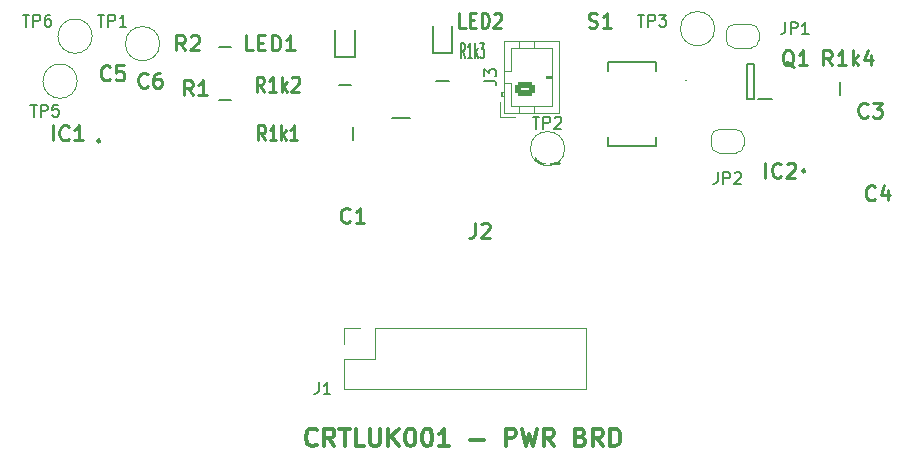
<source format=gbr>
%TF.GenerationSoftware,KiCad,Pcbnew,8.0.1*%
%TF.CreationDate,2024-03-24T23:42:45+02:00*%
%TF.ProjectId,ProjectFiles,50726f6a-6563-4744-9669-6c65732e6b69,rev?*%
%TF.SameCoordinates,Original*%
%TF.FileFunction,Legend,Top*%
%TF.FilePolarity,Positive*%
%FSLAX46Y46*%
G04 Gerber Fmt 4.6, Leading zero omitted, Abs format (unit mm)*
G04 Created by KiCad (PCBNEW 8.0.1) date 2024-03-24 23:42:45*
%MOMM*%
%LPD*%
G01*
G04 APERTURE LIST*
G04 Aperture macros list*
%AMRoundRect*
0 Rectangle with rounded corners*
0 $1 Rounding radius*
0 $2 $3 $4 $5 $6 $7 $8 $9 X,Y pos of 4 corners*
0 Add a 4 corners polygon primitive as box body*
4,1,4,$2,$3,$4,$5,$6,$7,$8,$9,$2,$3,0*
0 Add four circle primitives for the rounded corners*
1,1,$1+$1,$2,$3*
1,1,$1+$1,$4,$5*
1,1,$1+$1,$6,$7*
1,1,$1+$1,$8,$9*
0 Add four rect primitives between the rounded corners*
20,1,$1+$1,$2,$3,$4,$5,0*
20,1,$1+$1,$4,$5,$6,$7,0*
20,1,$1+$1,$6,$7,$8,$9,0*
20,1,$1+$1,$8,$9,$2,$3,0*%
%AMFreePoly0*
4,1,19,0.500000,-0.750000,0.000000,-0.750000,0.000000,-0.744911,-0.071157,-0.744911,-0.207708,-0.704816,-0.327430,-0.627875,-0.420627,-0.520320,-0.479746,-0.390866,-0.500000,-0.250000,-0.500000,0.250000,-0.479746,0.390866,-0.420627,0.520320,-0.327430,0.627875,-0.207708,0.704816,-0.071157,0.744911,0.000000,0.744911,0.000000,0.750000,0.500000,0.750000,0.500000,-0.750000,0.500000,-0.750000,
$1*%
%AMFreePoly1*
4,1,19,0.000000,0.744911,0.071157,0.744911,0.207708,0.704816,0.327430,0.627875,0.420627,0.520320,0.479746,0.390866,0.500000,0.250000,0.500000,-0.250000,0.479746,-0.390866,0.420627,-0.520320,0.327430,-0.627875,0.207708,-0.704816,0.071157,-0.744911,0.000000,-0.744911,0.000000,-0.750000,-0.500000,-0.750000,-0.500000,0.750000,0.000000,0.750000,0.000000,0.744911,0.000000,0.744911,
$1*%
G04 Aperture macros list end*
%ADD10C,0.300000*%
%ADD11C,0.254000*%
%ADD12C,0.150000*%
%ADD13C,0.250000*%
%ADD14C,0.200000*%
%ADD15C,0.120000*%
%ADD16C,0.100000*%
%ADD17C,1.200000*%
%ADD18R,0.970000X1.470000*%
%ADD19R,0.600000X0.620000*%
%ADD20R,1.525000X0.700000*%
%ADD21R,2.513000X3.402000*%
%ADD22R,0.700000X0.300000*%
%ADD23R,1.000000X1.700000*%
%ADD24R,0.950000X0.900000*%
%ADD25R,1.200000X0.600000*%
%ADD26FreePoly0,0.000000*%
%ADD27FreePoly1,0.000000*%
%ADD28R,1.450000X1.000000*%
%ADD29C,2.500000*%
%ADD30R,1.000000X1.450000*%
%ADD31R,0.620000X0.600000*%
%ADD32R,2.000000X0.900000*%
%ADD33R,1.700000X1.700000*%
%ADD34O,1.700000X1.700000*%
%ADD35FreePoly0,180.000000*%
%ADD36FreePoly1,180.000000*%
%ADD37RoundRect,0.250000X0.625000X-0.350000X0.625000X0.350000X-0.625000X0.350000X-0.625000X-0.350000X0*%
%ADD38O,1.750000X1.200000*%
G04 APERTURE END LIST*
D10*
X137301653Y-127927971D02*
X137230225Y-127999400D01*
X137230225Y-127999400D02*
X137015939Y-128070828D01*
X137015939Y-128070828D02*
X136873082Y-128070828D01*
X136873082Y-128070828D02*
X136658796Y-127999400D01*
X136658796Y-127999400D02*
X136515939Y-127856542D01*
X136515939Y-127856542D02*
X136444510Y-127713685D01*
X136444510Y-127713685D02*
X136373082Y-127427971D01*
X136373082Y-127427971D02*
X136373082Y-127213685D01*
X136373082Y-127213685D02*
X136444510Y-126927971D01*
X136444510Y-126927971D02*
X136515939Y-126785114D01*
X136515939Y-126785114D02*
X136658796Y-126642257D01*
X136658796Y-126642257D02*
X136873082Y-126570828D01*
X136873082Y-126570828D02*
X137015939Y-126570828D01*
X137015939Y-126570828D02*
X137230225Y-126642257D01*
X137230225Y-126642257D02*
X137301653Y-126713685D01*
X138801653Y-128070828D02*
X138301653Y-127356542D01*
X137944510Y-128070828D02*
X137944510Y-126570828D01*
X137944510Y-126570828D02*
X138515939Y-126570828D01*
X138515939Y-126570828D02*
X138658796Y-126642257D01*
X138658796Y-126642257D02*
X138730225Y-126713685D01*
X138730225Y-126713685D02*
X138801653Y-126856542D01*
X138801653Y-126856542D02*
X138801653Y-127070828D01*
X138801653Y-127070828D02*
X138730225Y-127213685D01*
X138730225Y-127213685D02*
X138658796Y-127285114D01*
X138658796Y-127285114D02*
X138515939Y-127356542D01*
X138515939Y-127356542D02*
X137944510Y-127356542D01*
X139230225Y-126570828D02*
X140087368Y-126570828D01*
X139658796Y-128070828D02*
X139658796Y-126570828D01*
X141301653Y-128070828D02*
X140587367Y-128070828D01*
X140587367Y-128070828D02*
X140587367Y-126570828D01*
X141801653Y-126570828D02*
X141801653Y-127785114D01*
X141801653Y-127785114D02*
X141873082Y-127927971D01*
X141873082Y-127927971D02*
X141944511Y-127999400D01*
X141944511Y-127999400D02*
X142087368Y-128070828D01*
X142087368Y-128070828D02*
X142373082Y-128070828D01*
X142373082Y-128070828D02*
X142515939Y-127999400D01*
X142515939Y-127999400D02*
X142587368Y-127927971D01*
X142587368Y-127927971D02*
X142658796Y-127785114D01*
X142658796Y-127785114D02*
X142658796Y-126570828D01*
X143373082Y-128070828D02*
X143373082Y-126570828D01*
X144230225Y-128070828D02*
X143587368Y-127213685D01*
X144230225Y-126570828D02*
X143373082Y-127427971D01*
X145158797Y-126570828D02*
X145301654Y-126570828D01*
X145301654Y-126570828D02*
X145444511Y-126642257D01*
X145444511Y-126642257D02*
X145515940Y-126713685D01*
X145515940Y-126713685D02*
X145587368Y-126856542D01*
X145587368Y-126856542D02*
X145658797Y-127142257D01*
X145658797Y-127142257D02*
X145658797Y-127499400D01*
X145658797Y-127499400D02*
X145587368Y-127785114D01*
X145587368Y-127785114D02*
X145515940Y-127927971D01*
X145515940Y-127927971D02*
X145444511Y-127999400D01*
X145444511Y-127999400D02*
X145301654Y-128070828D01*
X145301654Y-128070828D02*
X145158797Y-128070828D01*
X145158797Y-128070828D02*
X145015940Y-127999400D01*
X145015940Y-127999400D02*
X144944511Y-127927971D01*
X144944511Y-127927971D02*
X144873082Y-127785114D01*
X144873082Y-127785114D02*
X144801654Y-127499400D01*
X144801654Y-127499400D02*
X144801654Y-127142257D01*
X144801654Y-127142257D02*
X144873082Y-126856542D01*
X144873082Y-126856542D02*
X144944511Y-126713685D01*
X144944511Y-126713685D02*
X145015940Y-126642257D01*
X145015940Y-126642257D02*
X145158797Y-126570828D01*
X146587368Y-126570828D02*
X146730225Y-126570828D01*
X146730225Y-126570828D02*
X146873082Y-126642257D01*
X146873082Y-126642257D02*
X146944511Y-126713685D01*
X146944511Y-126713685D02*
X147015939Y-126856542D01*
X147015939Y-126856542D02*
X147087368Y-127142257D01*
X147087368Y-127142257D02*
X147087368Y-127499400D01*
X147087368Y-127499400D02*
X147015939Y-127785114D01*
X147015939Y-127785114D02*
X146944511Y-127927971D01*
X146944511Y-127927971D02*
X146873082Y-127999400D01*
X146873082Y-127999400D02*
X146730225Y-128070828D01*
X146730225Y-128070828D02*
X146587368Y-128070828D01*
X146587368Y-128070828D02*
X146444511Y-127999400D01*
X146444511Y-127999400D02*
X146373082Y-127927971D01*
X146373082Y-127927971D02*
X146301653Y-127785114D01*
X146301653Y-127785114D02*
X146230225Y-127499400D01*
X146230225Y-127499400D02*
X146230225Y-127142257D01*
X146230225Y-127142257D02*
X146301653Y-126856542D01*
X146301653Y-126856542D02*
X146373082Y-126713685D01*
X146373082Y-126713685D02*
X146444511Y-126642257D01*
X146444511Y-126642257D02*
X146587368Y-126570828D01*
X148515939Y-128070828D02*
X147658796Y-128070828D01*
X148087367Y-128070828D02*
X148087367Y-126570828D01*
X148087367Y-126570828D02*
X147944510Y-126785114D01*
X147944510Y-126785114D02*
X147801653Y-126927971D01*
X147801653Y-126927971D02*
X147658796Y-126999400D01*
X150301652Y-127499400D02*
X151444510Y-127499400D01*
X153301652Y-128070828D02*
X153301652Y-126570828D01*
X153301652Y-126570828D02*
X153873081Y-126570828D01*
X153873081Y-126570828D02*
X154015938Y-126642257D01*
X154015938Y-126642257D02*
X154087367Y-126713685D01*
X154087367Y-126713685D02*
X154158795Y-126856542D01*
X154158795Y-126856542D02*
X154158795Y-127070828D01*
X154158795Y-127070828D02*
X154087367Y-127213685D01*
X154087367Y-127213685D02*
X154015938Y-127285114D01*
X154015938Y-127285114D02*
X153873081Y-127356542D01*
X153873081Y-127356542D02*
X153301652Y-127356542D01*
X154658795Y-126570828D02*
X155015938Y-128070828D01*
X155015938Y-128070828D02*
X155301652Y-126999400D01*
X155301652Y-126999400D02*
X155587367Y-128070828D01*
X155587367Y-128070828D02*
X155944510Y-126570828D01*
X157373081Y-128070828D02*
X156873081Y-127356542D01*
X156515938Y-128070828D02*
X156515938Y-126570828D01*
X156515938Y-126570828D02*
X157087367Y-126570828D01*
X157087367Y-126570828D02*
X157230224Y-126642257D01*
X157230224Y-126642257D02*
X157301653Y-126713685D01*
X157301653Y-126713685D02*
X157373081Y-126856542D01*
X157373081Y-126856542D02*
X157373081Y-127070828D01*
X157373081Y-127070828D02*
X157301653Y-127213685D01*
X157301653Y-127213685D02*
X157230224Y-127285114D01*
X157230224Y-127285114D02*
X157087367Y-127356542D01*
X157087367Y-127356542D02*
X156515938Y-127356542D01*
X159658795Y-127285114D02*
X159873081Y-127356542D01*
X159873081Y-127356542D02*
X159944510Y-127427971D01*
X159944510Y-127427971D02*
X160015938Y-127570828D01*
X160015938Y-127570828D02*
X160015938Y-127785114D01*
X160015938Y-127785114D02*
X159944510Y-127927971D01*
X159944510Y-127927971D02*
X159873081Y-127999400D01*
X159873081Y-127999400D02*
X159730224Y-128070828D01*
X159730224Y-128070828D02*
X159158795Y-128070828D01*
X159158795Y-128070828D02*
X159158795Y-126570828D01*
X159158795Y-126570828D02*
X159658795Y-126570828D01*
X159658795Y-126570828D02*
X159801653Y-126642257D01*
X159801653Y-126642257D02*
X159873081Y-126713685D01*
X159873081Y-126713685D02*
X159944510Y-126856542D01*
X159944510Y-126856542D02*
X159944510Y-126999400D01*
X159944510Y-126999400D02*
X159873081Y-127142257D01*
X159873081Y-127142257D02*
X159801653Y-127213685D01*
X159801653Y-127213685D02*
X159658795Y-127285114D01*
X159658795Y-127285114D02*
X159158795Y-127285114D01*
X161515938Y-128070828D02*
X161015938Y-127356542D01*
X160658795Y-128070828D02*
X160658795Y-126570828D01*
X160658795Y-126570828D02*
X161230224Y-126570828D01*
X161230224Y-126570828D02*
X161373081Y-126642257D01*
X161373081Y-126642257D02*
X161444510Y-126713685D01*
X161444510Y-126713685D02*
X161515938Y-126856542D01*
X161515938Y-126856542D02*
X161515938Y-127070828D01*
X161515938Y-127070828D02*
X161444510Y-127213685D01*
X161444510Y-127213685D02*
X161373081Y-127285114D01*
X161373081Y-127285114D02*
X161230224Y-127356542D01*
X161230224Y-127356542D02*
X160658795Y-127356542D01*
X162158795Y-128070828D02*
X162158795Y-126570828D01*
X162158795Y-126570828D02*
X162515938Y-126570828D01*
X162515938Y-126570828D02*
X162730224Y-126642257D01*
X162730224Y-126642257D02*
X162873081Y-126785114D01*
X162873081Y-126785114D02*
X162944510Y-126927971D01*
X162944510Y-126927971D02*
X163015938Y-127213685D01*
X163015938Y-127213685D02*
X163015938Y-127427971D01*
X163015938Y-127427971D02*
X162944510Y-127713685D01*
X162944510Y-127713685D02*
X162873081Y-127856542D01*
X162873081Y-127856542D02*
X162730224Y-127999400D01*
X162730224Y-127999400D02*
X162515938Y-128070828D01*
X162515938Y-128070828D02*
X162158795Y-128070828D01*
D11*
X156633333Y-103958365D02*
X156572857Y-104018842D01*
X156572857Y-104018842D02*
X156391428Y-104079318D01*
X156391428Y-104079318D02*
X156270476Y-104079318D01*
X156270476Y-104079318D02*
X156089047Y-104018842D01*
X156089047Y-104018842D02*
X155968095Y-103897889D01*
X155968095Y-103897889D02*
X155907618Y-103776937D01*
X155907618Y-103776937D02*
X155847142Y-103535032D01*
X155847142Y-103535032D02*
X155847142Y-103353603D01*
X155847142Y-103353603D02*
X155907618Y-103111699D01*
X155907618Y-103111699D02*
X155968095Y-102990746D01*
X155968095Y-102990746D02*
X156089047Y-102869794D01*
X156089047Y-102869794D02*
X156270476Y-102809318D01*
X156270476Y-102809318D02*
X156391428Y-102809318D01*
X156391428Y-102809318D02*
X156572857Y-102869794D01*
X156572857Y-102869794D02*
X156633333Y-102930270D01*
X157117142Y-102930270D02*
X157177618Y-102869794D01*
X157177618Y-102869794D02*
X157298571Y-102809318D01*
X157298571Y-102809318D02*
X157600952Y-102809318D01*
X157600952Y-102809318D02*
X157721904Y-102869794D01*
X157721904Y-102869794D02*
X157782380Y-102930270D01*
X157782380Y-102930270D02*
X157842857Y-103051222D01*
X157842857Y-103051222D02*
X157842857Y-103172175D01*
X157842857Y-103172175D02*
X157782380Y-103353603D01*
X157782380Y-103353603D02*
X157056666Y-104079318D01*
X157056666Y-104079318D02*
X157842857Y-104079318D01*
X183938333Y-100148365D02*
X183877857Y-100208842D01*
X183877857Y-100208842D02*
X183696428Y-100269318D01*
X183696428Y-100269318D02*
X183575476Y-100269318D01*
X183575476Y-100269318D02*
X183394047Y-100208842D01*
X183394047Y-100208842D02*
X183273095Y-100087889D01*
X183273095Y-100087889D02*
X183212618Y-99966937D01*
X183212618Y-99966937D02*
X183152142Y-99725032D01*
X183152142Y-99725032D02*
X183152142Y-99543603D01*
X183152142Y-99543603D02*
X183212618Y-99301699D01*
X183212618Y-99301699D02*
X183273095Y-99180746D01*
X183273095Y-99180746D02*
X183394047Y-99059794D01*
X183394047Y-99059794D02*
X183575476Y-98999318D01*
X183575476Y-98999318D02*
X183696428Y-98999318D01*
X183696428Y-98999318D02*
X183877857Y-99059794D01*
X183877857Y-99059794D02*
X183938333Y-99120270D01*
X184361666Y-98999318D02*
X185147857Y-98999318D01*
X185147857Y-98999318D02*
X184724523Y-99483127D01*
X184724523Y-99483127D02*
X184905952Y-99483127D01*
X184905952Y-99483127D02*
X185026904Y-99543603D01*
X185026904Y-99543603D02*
X185087380Y-99604080D01*
X185087380Y-99604080D02*
X185147857Y-99725032D01*
X185147857Y-99725032D02*
X185147857Y-100027413D01*
X185147857Y-100027413D02*
X185087380Y-100148365D01*
X185087380Y-100148365D02*
X185026904Y-100208842D01*
X185026904Y-100208842D02*
X184905952Y-100269318D01*
X184905952Y-100269318D02*
X184543095Y-100269318D01*
X184543095Y-100269318D02*
X184422142Y-100208842D01*
X184422142Y-100208842D02*
X184361666Y-100148365D01*
X150706667Y-109159318D02*
X150706667Y-110066461D01*
X150706667Y-110066461D02*
X150646190Y-110247889D01*
X150646190Y-110247889D02*
X150525238Y-110368842D01*
X150525238Y-110368842D02*
X150343809Y-110429318D01*
X150343809Y-110429318D02*
X150222857Y-110429318D01*
X151250952Y-109280270D02*
X151311428Y-109219794D01*
X151311428Y-109219794D02*
X151432381Y-109159318D01*
X151432381Y-109159318D02*
X151734762Y-109159318D01*
X151734762Y-109159318D02*
X151855714Y-109219794D01*
X151855714Y-109219794D02*
X151916190Y-109280270D01*
X151916190Y-109280270D02*
X151976667Y-109401222D01*
X151976667Y-109401222D02*
X151976667Y-109522175D01*
X151976667Y-109522175D02*
X151916190Y-109703603D01*
X151916190Y-109703603D02*
X151190476Y-110429318D01*
X151190476Y-110429318D02*
X151976667Y-110429318D01*
X114965237Y-102174318D02*
X114965237Y-100904318D01*
X116295714Y-102053365D02*
X116235238Y-102113842D01*
X116235238Y-102113842D02*
X116053809Y-102174318D01*
X116053809Y-102174318D02*
X115932857Y-102174318D01*
X115932857Y-102174318D02*
X115751428Y-102113842D01*
X115751428Y-102113842D02*
X115630476Y-101992889D01*
X115630476Y-101992889D02*
X115569999Y-101871937D01*
X115569999Y-101871937D02*
X115509523Y-101630032D01*
X115509523Y-101630032D02*
X115509523Y-101448603D01*
X115509523Y-101448603D02*
X115569999Y-101206699D01*
X115569999Y-101206699D02*
X115630476Y-101085746D01*
X115630476Y-101085746D02*
X115751428Y-100964794D01*
X115751428Y-100964794D02*
X115932857Y-100904318D01*
X115932857Y-100904318D02*
X116053809Y-100904318D01*
X116053809Y-100904318D02*
X116235238Y-100964794D01*
X116235238Y-100964794D02*
X116295714Y-101025270D01*
X117505238Y-102174318D02*
X116779523Y-102174318D01*
X117142380Y-102174318D02*
X117142380Y-100904318D01*
X117142380Y-100904318D02*
X117021428Y-101085746D01*
X117021428Y-101085746D02*
X116900476Y-101206699D01*
X116900476Y-101206699D02*
X116779523Y-101267175D01*
X131928809Y-94554318D02*
X131324047Y-94554318D01*
X131324047Y-94554318D02*
X131324047Y-93284318D01*
X132352142Y-93889080D02*
X132775476Y-93889080D01*
X132956904Y-94554318D02*
X132352142Y-94554318D01*
X132352142Y-94554318D02*
X132352142Y-93284318D01*
X132352142Y-93284318D02*
X132956904Y-93284318D01*
X133501190Y-94554318D02*
X133501190Y-93284318D01*
X133501190Y-93284318D02*
X133803571Y-93284318D01*
X133803571Y-93284318D02*
X133985000Y-93344794D01*
X133985000Y-93344794D02*
X134105952Y-93465746D01*
X134105952Y-93465746D02*
X134166429Y-93586699D01*
X134166429Y-93586699D02*
X134226905Y-93828603D01*
X134226905Y-93828603D02*
X134226905Y-94010032D01*
X134226905Y-94010032D02*
X134166429Y-94251937D01*
X134166429Y-94251937D02*
X134105952Y-94372889D01*
X134105952Y-94372889D02*
X133985000Y-94493842D01*
X133985000Y-94493842D02*
X133803571Y-94554318D01*
X133803571Y-94554318D02*
X133501190Y-94554318D01*
X135436429Y-94554318D02*
X134710714Y-94554318D01*
X135073571Y-94554318D02*
X135073571Y-93284318D01*
X135073571Y-93284318D02*
X134952619Y-93465746D01*
X134952619Y-93465746D02*
X134831667Y-93586699D01*
X134831667Y-93586699D02*
X134710714Y-93647175D01*
X175290237Y-105349318D02*
X175290237Y-104079318D01*
X176620714Y-105228365D02*
X176560238Y-105288842D01*
X176560238Y-105288842D02*
X176378809Y-105349318D01*
X176378809Y-105349318D02*
X176257857Y-105349318D01*
X176257857Y-105349318D02*
X176076428Y-105288842D01*
X176076428Y-105288842D02*
X175955476Y-105167889D01*
X175955476Y-105167889D02*
X175894999Y-105046937D01*
X175894999Y-105046937D02*
X175834523Y-104805032D01*
X175834523Y-104805032D02*
X175834523Y-104623603D01*
X175834523Y-104623603D02*
X175894999Y-104381699D01*
X175894999Y-104381699D02*
X175955476Y-104260746D01*
X175955476Y-104260746D02*
X176076428Y-104139794D01*
X176076428Y-104139794D02*
X176257857Y-104079318D01*
X176257857Y-104079318D02*
X176378809Y-104079318D01*
X176378809Y-104079318D02*
X176560238Y-104139794D01*
X176560238Y-104139794D02*
X176620714Y-104200270D01*
X177104523Y-104200270D02*
X177164999Y-104139794D01*
X177164999Y-104139794D02*
X177285952Y-104079318D01*
X177285952Y-104079318D02*
X177588333Y-104079318D01*
X177588333Y-104079318D02*
X177709285Y-104139794D01*
X177709285Y-104139794D02*
X177769761Y-104200270D01*
X177769761Y-104200270D02*
X177830238Y-104321222D01*
X177830238Y-104321222D02*
X177830238Y-104442175D01*
X177830238Y-104442175D02*
X177769761Y-104623603D01*
X177769761Y-104623603D02*
X177044047Y-105349318D01*
X177044047Y-105349318D02*
X177830238Y-105349318D01*
X149899048Y-92649318D02*
X149375238Y-92649318D01*
X149375238Y-92649318D02*
X149375238Y-91379318D01*
X150265714Y-91984080D02*
X150632381Y-91984080D01*
X150789524Y-92649318D02*
X150265714Y-92649318D01*
X150265714Y-92649318D02*
X150265714Y-91379318D01*
X150265714Y-91379318D02*
X150789524Y-91379318D01*
X151260952Y-92649318D02*
X151260952Y-91379318D01*
X151260952Y-91379318D02*
X151522857Y-91379318D01*
X151522857Y-91379318D02*
X151680000Y-91439794D01*
X151680000Y-91439794D02*
X151784762Y-91560746D01*
X151784762Y-91560746D02*
X151837143Y-91681699D01*
X151837143Y-91681699D02*
X151889524Y-91923603D01*
X151889524Y-91923603D02*
X151889524Y-92105032D01*
X151889524Y-92105032D02*
X151837143Y-92346937D01*
X151837143Y-92346937D02*
X151784762Y-92467889D01*
X151784762Y-92467889D02*
X151680000Y-92588842D01*
X151680000Y-92588842D02*
X151522857Y-92649318D01*
X151522857Y-92649318D02*
X151260952Y-92649318D01*
X152308571Y-91500270D02*
X152360952Y-91439794D01*
X152360952Y-91439794D02*
X152465714Y-91379318D01*
X152465714Y-91379318D02*
X152727619Y-91379318D01*
X152727619Y-91379318D02*
X152832381Y-91439794D01*
X152832381Y-91439794D02*
X152884762Y-91500270D01*
X152884762Y-91500270D02*
X152937143Y-91621222D01*
X152937143Y-91621222D02*
X152937143Y-91742175D01*
X152937143Y-91742175D02*
X152884762Y-91923603D01*
X152884762Y-91923603D02*
X152256190Y-92649318D01*
X152256190Y-92649318D02*
X152937143Y-92649318D01*
X177679047Y-95945270D02*
X177558095Y-95884794D01*
X177558095Y-95884794D02*
X177437142Y-95763842D01*
X177437142Y-95763842D02*
X177255714Y-95582413D01*
X177255714Y-95582413D02*
X177134761Y-95521937D01*
X177134761Y-95521937D02*
X177013809Y-95521937D01*
X177074285Y-95824318D02*
X176953333Y-95763842D01*
X176953333Y-95763842D02*
X176832380Y-95642889D01*
X176832380Y-95642889D02*
X176771904Y-95400984D01*
X176771904Y-95400984D02*
X176771904Y-94977651D01*
X176771904Y-94977651D02*
X176832380Y-94735746D01*
X176832380Y-94735746D02*
X176953333Y-94614794D01*
X176953333Y-94614794D02*
X177074285Y-94554318D01*
X177074285Y-94554318D02*
X177316190Y-94554318D01*
X177316190Y-94554318D02*
X177437142Y-94614794D01*
X177437142Y-94614794D02*
X177558095Y-94735746D01*
X177558095Y-94735746D02*
X177618571Y-94977651D01*
X177618571Y-94977651D02*
X177618571Y-95400984D01*
X177618571Y-95400984D02*
X177558095Y-95642889D01*
X177558095Y-95642889D02*
X177437142Y-95763842D01*
X177437142Y-95763842D02*
X177316190Y-95824318D01*
X177316190Y-95824318D02*
X177074285Y-95824318D01*
X178828095Y-95824318D02*
X178102380Y-95824318D01*
X178465237Y-95824318D02*
X178465237Y-94554318D01*
X178465237Y-94554318D02*
X178344285Y-94735746D01*
X178344285Y-94735746D02*
X178223333Y-94856699D01*
X178223333Y-94856699D02*
X178102380Y-94917175D01*
D12*
X176966666Y-92164819D02*
X176966666Y-92879104D01*
X176966666Y-92879104D02*
X176919047Y-93021961D01*
X176919047Y-93021961D02*
X176823809Y-93117200D01*
X176823809Y-93117200D02*
X176680952Y-93164819D01*
X176680952Y-93164819D02*
X176585714Y-93164819D01*
X177442857Y-93164819D02*
X177442857Y-92164819D01*
X177442857Y-92164819D02*
X177823809Y-92164819D01*
X177823809Y-92164819D02*
X177919047Y-92212438D01*
X177919047Y-92212438D02*
X177966666Y-92260057D01*
X177966666Y-92260057D02*
X178014285Y-92355295D01*
X178014285Y-92355295D02*
X178014285Y-92498152D01*
X178014285Y-92498152D02*
X177966666Y-92593390D01*
X177966666Y-92593390D02*
X177919047Y-92641009D01*
X177919047Y-92641009D02*
X177823809Y-92688628D01*
X177823809Y-92688628D02*
X177442857Y-92688628D01*
X178966666Y-93164819D02*
X178395238Y-93164819D01*
X178680952Y-93164819D02*
X178680952Y-92164819D01*
X178680952Y-92164819D02*
X178585714Y-92307676D01*
X178585714Y-92307676D02*
X178490476Y-92402914D01*
X178490476Y-92402914D02*
X178395238Y-92450533D01*
X149866428Y-95194726D02*
X149666428Y-94589964D01*
X149523571Y-95194726D02*
X149523571Y-93924726D01*
X149523571Y-93924726D02*
X149752142Y-93924726D01*
X149752142Y-93924726D02*
X149809285Y-93985202D01*
X149809285Y-93985202D02*
X149837856Y-94045678D01*
X149837856Y-94045678D02*
X149866428Y-94166630D01*
X149866428Y-94166630D02*
X149866428Y-94348059D01*
X149866428Y-94348059D02*
X149837856Y-94469011D01*
X149837856Y-94469011D02*
X149809285Y-94529488D01*
X149809285Y-94529488D02*
X149752142Y-94589964D01*
X149752142Y-94589964D02*
X149523571Y-94589964D01*
X150437856Y-95194726D02*
X150094999Y-95194726D01*
X150266428Y-95194726D02*
X150266428Y-93924726D01*
X150266428Y-93924726D02*
X150209285Y-94106154D01*
X150209285Y-94106154D02*
X150152142Y-94227107D01*
X150152142Y-94227107D02*
X150094999Y-94287583D01*
X150695000Y-95194726D02*
X150695000Y-93924726D01*
X150752143Y-94710916D02*
X150923571Y-95194726D01*
X150923571Y-94348059D02*
X150695000Y-94831869D01*
X151123571Y-93924726D02*
X151494999Y-93924726D01*
X151494999Y-93924726D02*
X151294999Y-94408535D01*
X151294999Y-94408535D02*
X151380714Y-94408535D01*
X151380714Y-94408535D02*
X151437857Y-94469011D01*
X151437857Y-94469011D02*
X151466428Y-94529488D01*
X151466428Y-94529488D02*
X151494999Y-94650440D01*
X151494999Y-94650440D02*
X151494999Y-94952821D01*
X151494999Y-94952821D02*
X151466428Y-95073773D01*
X151466428Y-95073773D02*
X151437857Y-95134250D01*
X151437857Y-95134250D02*
X151380714Y-95194726D01*
X151380714Y-95194726D02*
X151209285Y-95194726D01*
X151209285Y-95194726D02*
X151152142Y-95134250D01*
X151152142Y-95134250D02*
X151123571Y-95073773D01*
X113038095Y-99149819D02*
X113609523Y-99149819D01*
X113323809Y-100149819D02*
X113323809Y-99149819D01*
X113942857Y-100149819D02*
X113942857Y-99149819D01*
X113942857Y-99149819D02*
X114323809Y-99149819D01*
X114323809Y-99149819D02*
X114419047Y-99197438D01*
X114419047Y-99197438D02*
X114466666Y-99245057D01*
X114466666Y-99245057D02*
X114514285Y-99340295D01*
X114514285Y-99340295D02*
X114514285Y-99483152D01*
X114514285Y-99483152D02*
X114466666Y-99578390D01*
X114466666Y-99578390D02*
X114419047Y-99626009D01*
X114419047Y-99626009D02*
X114323809Y-99673628D01*
X114323809Y-99673628D02*
X113942857Y-99673628D01*
X115419047Y-99149819D02*
X114942857Y-99149819D01*
X114942857Y-99149819D02*
X114895238Y-99626009D01*
X114895238Y-99626009D02*
X114942857Y-99578390D01*
X114942857Y-99578390D02*
X115038095Y-99530771D01*
X115038095Y-99530771D02*
X115276190Y-99530771D01*
X115276190Y-99530771D02*
X115371428Y-99578390D01*
X115371428Y-99578390D02*
X115419047Y-99626009D01*
X115419047Y-99626009D02*
X115466666Y-99721247D01*
X115466666Y-99721247D02*
X115466666Y-99959342D01*
X115466666Y-99959342D02*
X115419047Y-100054580D01*
X115419047Y-100054580D02*
X115371428Y-100102200D01*
X115371428Y-100102200D02*
X115276190Y-100149819D01*
X115276190Y-100149819D02*
X115038095Y-100149819D01*
X115038095Y-100149819D02*
X114942857Y-100102200D01*
X114942857Y-100102200D02*
X114895238Y-100054580D01*
X155583095Y-100176819D02*
X156154523Y-100176819D01*
X155868809Y-101176819D02*
X155868809Y-100176819D01*
X156487857Y-101176819D02*
X156487857Y-100176819D01*
X156487857Y-100176819D02*
X156868809Y-100176819D01*
X156868809Y-100176819D02*
X156964047Y-100224438D01*
X156964047Y-100224438D02*
X157011666Y-100272057D01*
X157011666Y-100272057D02*
X157059285Y-100367295D01*
X157059285Y-100367295D02*
X157059285Y-100510152D01*
X157059285Y-100510152D02*
X157011666Y-100605390D01*
X157011666Y-100605390D02*
X156964047Y-100653009D01*
X156964047Y-100653009D02*
X156868809Y-100700628D01*
X156868809Y-100700628D02*
X156487857Y-100700628D01*
X157440238Y-100272057D02*
X157487857Y-100224438D01*
X157487857Y-100224438D02*
X157583095Y-100176819D01*
X157583095Y-100176819D02*
X157821190Y-100176819D01*
X157821190Y-100176819D02*
X157916428Y-100224438D01*
X157916428Y-100224438D02*
X157964047Y-100272057D01*
X157964047Y-100272057D02*
X158011666Y-100367295D01*
X158011666Y-100367295D02*
X158011666Y-100462533D01*
X158011666Y-100462533D02*
X157964047Y-100605390D01*
X157964047Y-100605390D02*
X157392619Y-101176819D01*
X157392619Y-101176819D02*
X158011666Y-101176819D01*
D11*
X180914524Y-95824318D02*
X180491190Y-95219556D01*
X180188809Y-95824318D02*
X180188809Y-94554318D01*
X180188809Y-94554318D02*
X180672619Y-94554318D01*
X180672619Y-94554318D02*
X180793571Y-94614794D01*
X180793571Y-94614794D02*
X180854048Y-94675270D01*
X180854048Y-94675270D02*
X180914524Y-94796222D01*
X180914524Y-94796222D02*
X180914524Y-94977651D01*
X180914524Y-94977651D02*
X180854048Y-95098603D01*
X180854048Y-95098603D02*
X180793571Y-95159080D01*
X180793571Y-95159080D02*
X180672619Y-95219556D01*
X180672619Y-95219556D02*
X180188809Y-95219556D01*
X182124048Y-95824318D02*
X181398333Y-95824318D01*
X181761190Y-95824318D02*
X181761190Y-94554318D01*
X181761190Y-94554318D02*
X181640238Y-94735746D01*
X181640238Y-94735746D02*
X181519286Y-94856699D01*
X181519286Y-94856699D02*
X181398333Y-94917175D01*
X182668333Y-95824318D02*
X182668333Y-94554318D01*
X182789286Y-95340508D02*
X183152143Y-95824318D01*
X183152143Y-94977651D02*
X182668333Y-95461461D01*
X184240714Y-94977651D02*
X184240714Y-95824318D01*
X183938333Y-94493842D02*
X183635952Y-95400984D01*
X183635952Y-95400984D02*
X184422143Y-95400984D01*
X119803333Y-96973365D02*
X119742857Y-97033842D01*
X119742857Y-97033842D02*
X119561428Y-97094318D01*
X119561428Y-97094318D02*
X119440476Y-97094318D01*
X119440476Y-97094318D02*
X119259047Y-97033842D01*
X119259047Y-97033842D02*
X119138095Y-96912889D01*
X119138095Y-96912889D02*
X119077618Y-96791937D01*
X119077618Y-96791937D02*
X119017142Y-96550032D01*
X119017142Y-96550032D02*
X119017142Y-96368603D01*
X119017142Y-96368603D02*
X119077618Y-96126699D01*
X119077618Y-96126699D02*
X119138095Y-96005746D01*
X119138095Y-96005746D02*
X119259047Y-95884794D01*
X119259047Y-95884794D02*
X119440476Y-95824318D01*
X119440476Y-95824318D02*
X119561428Y-95824318D01*
X119561428Y-95824318D02*
X119742857Y-95884794D01*
X119742857Y-95884794D02*
X119803333Y-95945270D01*
X120952380Y-95824318D02*
X120347618Y-95824318D01*
X120347618Y-95824318D02*
X120287142Y-96429080D01*
X120287142Y-96429080D02*
X120347618Y-96368603D01*
X120347618Y-96368603D02*
X120468571Y-96308127D01*
X120468571Y-96308127D02*
X120770952Y-96308127D01*
X120770952Y-96308127D02*
X120891904Y-96368603D01*
X120891904Y-96368603D02*
X120952380Y-96429080D01*
X120952380Y-96429080D02*
X121012857Y-96550032D01*
X121012857Y-96550032D02*
X121012857Y-96852413D01*
X121012857Y-96852413D02*
X120952380Y-96973365D01*
X120952380Y-96973365D02*
X120891904Y-97033842D01*
X120891904Y-97033842D02*
X120770952Y-97094318D01*
X120770952Y-97094318D02*
X120468571Y-97094318D01*
X120468571Y-97094318D02*
X120347618Y-97033842D01*
X120347618Y-97033842D02*
X120287142Y-96973365D01*
D12*
X118753095Y-91531819D02*
X119324523Y-91531819D01*
X119038809Y-92531819D02*
X119038809Y-91531819D01*
X119657857Y-92531819D02*
X119657857Y-91531819D01*
X119657857Y-91531819D02*
X120038809Y-91531819D01*
X120038809Y-91531819D02*
X120134047Y-91579438D01*
X120134047Y-91579438D02*
X120181666Y-91627057D01*
X120181666Y-91627057D02*
X120229285Y-91722295D01*
X120229285Y-91722295D02*
X120229285Y-91865152D01*
X120229285Y-91865152D02*
X120181666Y-91960390D01*
X120181666Y-91960390D02*
X120134047Y-92008009D01*
X120134047Y-92008009D02*
X120038809Y-92055628D01*
X120038809Y-92055628D02*
X119657857Y-92055628D01*
X121181666Y-92531819D02*
X120610238Y-92531819D01*
X120895952Y-92531819D02*
X120895952Y-91531819D01*
X120895952Y-91531819D02*
X120800714Y-91674676D01*
X120800714Y-91674676D02*
X120705476Y-91769914D01*
X120705476Y-91769914D02*
X120610238Y-91817533D01*
D13*
X132937380Y-102174526D02*
X132604047Y-101569764D01*
X132365952Y-102174526D02*
X132365952Y-100904526D01*
X132365952Y-100904526D02*
X132746904Y-100904526D01*
X132746904Y-100904526D02*
X132842142Y-100965002D01*
X132842142Y-100965002D02*
X132889761Y-101025478D01*
X132889761Y-101025478D02*
X132937380Y-101146430D01*
X132937380Y-101146430D02*
X132937380Y-101327859D01*
X132937380Y-101327859D02*
X132889761Y-101448811D01*
X132889761Y-101448811D02*
X132842142Y-101509288D01*
X132842142Y-101509288D02*
X132746904Y-101569764D01*
X132746904Y-101569764D02*
X132365952Y-101569764D01*
X133889761Y-102174526D02*
X133318333Y-102174526D01*
X133604047Y-102174526D02*
X133604047Y-100904526D01*
X133604047Y-100904526D02*
X133508809Y-101085954D01*
X133508809Y-101085954D02*
X133413571Y-101206907D01*
X133413571Y-101206907D02*
X133318333Y-101267383D01*
X134318333Y-102174526D02*
X134318333Y-100904526D01*
X134413571Y-101690716D02*
X134699285Y-102174526D01*
X134699285Y-101327859D02*
X134318333Y-101811669D01*
X135651666Y-102174526D02*
X135080238Y-102174526D01*
X135365952Y-102174526D02*
X135365952Y-100904526D01*
X135365952Y-100904526D02*
X135270714Y-101085954D01*
X135270714Y-101085954D02*
X135175476Y-101206907D01*
X135175476Y-101206907D02*
X135080238Y-101267383D01*
D11*
X126788333Y-98364318D02*
X126364999Y-97759556D01*
X126062618Y-98364318D02*
X126062618Y-97094318D01*
X126062618Y-97094318D02*
X126546428Y-97094318D01*
X126546428Y-97094318D02*
X126667380Y-97154794D01*
X126667380Y-97154794D02*
X126727857Y-97215270D01*
X126727857Y-97215270D02*
X126788333Y-97336222D01*
X126788333Y-97336222D02*
X126788333Y-97517651D01*
X126788333Y-97517651D02*
X126727857Y-97638603D01*
X126727857Y-97638603D02*
X126667380Y-97699080D01*
X126667380Y-97699080D02*
X126546428Y-97759556D01*
X126546428Y-97759556D02*
X126062618Y-97759556D01*
X127997857Y-98364318D02*
X127272142Y-98364318D01*
X127634999Y-98364318D02*
X127634999Y-97094318D01*
X127634999Y-97094318D02*
X127514047Y-97275746D01*
X127514047Y-97275746D02*
X127393095Y-97396699D01*
X127393095Y-97396699D02*
X127272142Y-97457175D01*
X160322380Y-92588842D02*
X160503809Y-92649318D01*
X160503809Y-92649318D02*
X160806190Y-92649318D01*
X160806190Y-92649318D02*
X160927142Y-92588842D01*
X160927142Y-92588842D02*
X160987618Y-92528365D01*
X160987618Y-92528365D02*
X161048095Y-92407413D01*
X161048095Y-92407413D02*
X161048095Y-92286461D01*
X161048095Y-92286461D02*
X160987618Y-92165508D01*
X160987618Y-92165508D02*
X160927142Y-92105032D01*
X160927142Y-92105032D02*
X160806190Y-92044556D01*
X160806190Y-92044556D02*
X160564285Y-91984080D01*
X160564285Y-91984080D02*
X160443333Y-91923603D01*
X160443333Y-91923603D02*
X160382856Y-91863127D01*
X160382856Y-91863127D02*
X160322380Y-91742175D01*
X160322380Y-91742175D02*
X160322380Y-91621222D01*
X160322380Y-91621222D02*
X160382856Y-91500270D01*
X160382856Y-91500270D02*
X160443333Y-91439794D01*
X160443333Y-91439794D02*
X160564285Y-91379318D01*
X160564285Y-91379318D02*
X160866666Y-91379318D01*
X160866666Y-91379318D02*
X161048095Y-91439794D01*
X162257619Y-92649318D02*
X161531904Y-92649318D01*
X161894761Y-92649318D02*
X161894761Y-91379318D01*
X161894761Y-91379318D02*
X161773809Y-91560746D01*
X161773809Y-91560746D02*
X161652857Y-91681699D01*
X161652857Y-91681699D02*
X161531904Y-91742175D01*
X132832619Y-98044318D02*
X132465952Y-97439556D01*
X132204047Y-98044318D02*
X132204047Y-96774318D01*
X132204047Y-96774318D02*
X132623095Y-96774318D01*
X132623095Y-96774318D02*
X132727857Y-96834794D01*
X132727857Y-96834794D02*
X132780238Y-96895270D01*
X132780238Y-96895270D02*
X132832619Y-97016222D01*
X132832619Y-97016222D02*
X132832619Y-97197651D01*
X132832619Y-97197651D02*
X132780238Y-97318603D01*
X132780238Y-97318603D02*
X132727857Y-97379080D01*
X132727857Y-97379080D02*
X132623095Y-97439556D01*
X132623095Y-97439556D02*
X132204047Y-97439556D01*
X133880238Y-98044318D02*
X133251666Y-98044318D01*
X133565952Y-98044318D02*
X133565952Y-96774318D01*
X133565952Y-96774318D02*
X133461190Y-96955746D01*
X133461190Y-96955746D02*
X133356428Y-97076699D01*
X133356428Y-97076699D02*
X133251666Y-97137175D01*
X134351666Y-98044318D02*
X134351666Y-96774318D01*
X134456428Y-97560508D02*
X134770714Y-98044318D01*
X134770714Y-97197651D02*
X134351666Y-97681461D01*
X135189761Y-96895270D02*
X135242142Y-96834794D01*
X135242142Y-96834794D02*
X135346904Y-96774318D01*
X135346904Y-96774318D02*
X135608809Y-96774318D01*
X135608809Y-96774318D02*
X135713571Y-96834794D01*
X135713571Y-96834794D02*
X135765952Y-96895270D01*
X135765952Y-96895270D02*
X135818333Y-97016222D01*
X135818333Y-97016222D02*
X135818333Y-97137175D01*
X135818333Y-97137175D02*
X135765952Y-97318603D01*
X135765952Y-97318603D02*
X135137380Y-98044318D01*
X135137380Y-98044318D02*
X135818333Y-98044318D01*
X122978333Y-97608365D02*
X122917857Y-97668842D01*
X122917857Y-97668842D02*
X122736428Y-97729318D01*
X122736428Y-97729318D02*
X122615476Y-97729318D01*
X122615476Y-97729318D02*
X122434047Y-97668842D01*
X122434047Y-97668842D02*
X122313095Y-97547889D01*
X122313095Y-97547889D02*
X122252618Y-97426937D01*
X122252618Y-97426937D02*
X122192142Y-97185032D01*
X122192142Y-97185032D02*
X122192142Y-97003603D01*
X122192142Y-97003603D02*
X122252618Y-96761699D01*
X122252618Y-96761699D02*
X122313095Y-96640746D01*
X122313095Y-96640746D02*
X122434047Y-96519794D01*
X122434047Y-96519794D02*
X122615476Y-96459318D01*
X122615476Y-96459318D02*
X122736428Y-96459318D01*
X122736428Y-96459318D02*
X122917857Y-96519794D01*
X122917857Y-96519794D02*
X122978333Y-96580270D01*
X124066904Y-96459318D02*
X123824999Y-96459318D01*
X123824999Y-96459318D02*
X123704047Y-96519794D01*
X123704047Y-96519794D02*
X123643571Y-96580270D01*
X123643571Y-96580270D02*
X123522618Y-96761699D01*
X123522618Y-96761699D02*
X123462142Y-97003603D01*
X123462142Y-97003603D02*
X123462142Y-97487413D01*
X123462142Y-97487413D02*
X123522618Y-97608365D01*
X123522618Y-97608365D02*
X123583095Y-97668842D01*
X123583095Y-97668842D02*
X123704047Y-97729318D01*
X123704047Y-97729318D02*
X123945952Y-97729318D01*
X123945952Y-97729318D02*
X124066904Y-97668842D01*
X124066904Y-97668842D02*
X124127380Y-97608365D01*
X124127380Y-97608365D02*
X124187857Y-97487413D01*
X124187857Y-97487413D02*
X124187857Y-97185032D01*
X124187857Y-97185032D02*
X124127380Y-97064080D01*
X124127380Y-97064080D02*
X124066904Y-97003603D01*
X124066904Y-97003603D02*
X123945952Y-96943127D01*
X123945952Y-96943127D02*
X123704047Y-96943127D01*
X123704047Y-96943127D02*
X123583095Y-97003603D01*
X123583095Y-97003603D02*
X123522618Y-97064080D01*
X123522618Y-97064080D02*
X123462142Y-97185032D01*
D12*
X112403095Y-91529819D02*
X112974523Y-91529819D01*
X112688809Y-92529819D02*
X112688809Y-91529819D01*
X113307857Y-92529819D02*
X113307857Y-91529819D01*
X113307857Y-91529819D02*
X113688809Y-91529819D01*
X113688809Y-91529819D02*
X113784047Y-91577438D01*
X113784047Y-91577438D02*
X113831666Y-91625057D01*
X113831666Y-91625057D02*
X113879285Y-91720295D01*
X113879285Y-91720295D02*
X113879285Y-91863152D01*
X113879285Y-91863152D02*
X113831666Y-91958390D01*
X113831666Y-91958390D02*
X113784047Y-92006009D01*
X113784047Y-92006009D02*
X113688809Y-92053628D01*
X113688809Y-92053628D02*
X113307857Y-92053628D01*
X114736428Y-91529819D02*
X114545952Y-91529819D01*
X114545952Y-91529819D02*
X114450714Y-91577438D01*
X114450714Y-91577438D02*
X114403095Y-91625057D01*
X114403095Y-91625057D02*
X114307857Y-91767914D01*
X114307857Y-91767914D02*
X114260238Y-91958390D01*
X114260238Y-91958390D02*
X114260238Y-92339342D01*
X114260238Y-92339342D02*
X114307857Y-92434580D01*
X114307857Y-92434580D02*
X114355476Y-92482200D01*
X114355476Y-92482200D02*
X114450714Y-92529819D01*
X114450714Y-92529819D02*
X114641190Y-92529819D01*
X114641190Y-92529819D02*
X114736428Y-92482200D01*
X114736428Y-92482200D02*
X114784047Y-92434580D01*
X114784047Y-92434580D02*
X114831666Y-92339342D01*
X114831666Y-92339342D02*
X114831666Y-92101247D01*
X114831666Y-92101247D02*
X114784047Y-92006009D01*
X114784047Y-92006009D02*
X114736428Y-91958390D01*
X114736428Y-91958390D02*
X114641190Y-91910771D01*
X114641190Y-91910771D02*
X114450714Y-91910771D01*
X114450714Y-91910771D02*
X114355476Y-91958390D01*
X114355476Y-91958390D02*
X114307857Y-92006009D01*
X114307857Y-92006009D02*
X114260238Y-92101247D01*
X164473095Y-91529819D02*
X165044523Y-91529819D01*
X164758809Y-92529819D02*
X164758809Y-91529819D01*
X165377857Y-92529819D02*
X165377857Y-91529819D01*
X165377857Y-91529819D02*
X165758809Y-91529819D01*
X165758809Y-91529819D02*
X165854047Y-91577438D01*
X165854047Y-91577438D02*
X165901666Y-91625057D01*
X165901666Y-91625057D02*
X165949285Y-91720295D01*
X165949285Y-91720295D02*
X165949285Y-91863152D01*
X165949285Y-91863152D02*
X165901666Y-91958390D01*
X165901666Y-91958390D02*
X165854047Y-92006009D01*
X165854047Y-92006009D02*
X165758809Y-92053628D01*
X165758809Y-92053628D02*
X165377857Y-92053628D01*
X166282619Y-91529819D02*
X166901666Y-91529819D01*
X166901666Y-91529819D02*
X166568333Y-91910771D01*
X166568333Y-91910771D02*
X166711190Y-91910771D01*
X166711190Y-91910771D02*
X166806428Y-91958390D01*
X166806428Y-91958390D02*
X166854047Y-92006009D01*
X166854047Y-92006009D02*
X166901666Y-92101247D01*
X166901666Y-92101247D02*
X166901666Y-92339342D01*
X166901666Y-92339342D02*
X166854047Y-92434580D01*
X166854047Y-92434580D02*
X166806428Y-92482200D01*
X166806428Y-92482200D02*
X166711190Y-92529819D01*
X166711190Y-92529819D02*
X166425476Y-92529819D01*
X166425476Y-92529819D02*
X166330238Y-92482200D01*
X166330238Y-92482200D02*
X166282619Y-92434580D01*
X137461666Y-122644819D02*
X137461666Y-123359104D01*
X137461666Y-123359104D02*
X137414047Y-123501961D01*
X137414047Y-123501961D02*
X137318809Y-123597200D01*
X137318809Y-123597200D02*
X137175952Y-123644819D01*
X137175952Y-123644819D02*
X137080714Y-123644819D01*
X138461666Y-123644819D02*
X137890238Y-123644819D01*
X138175952Y-123644819D02*
X138175952Y-122644819D01*
X138175952Y-122644819D02*
X138080714Y-122787676D01*
X138080714Y-122787676D02*
X137985476Y-122882914D01*
X137985476Y-122882914D02*
X137890238Y-122930533D01*
D11*
X184573333Y-107133365D02*
X184512857Y-107193842D01*
X184512857Y-107193842D02*
X184331428Y-107254318D01*
X184331428Y-107254318D02*
X184210476Y-107254318D01*
X184210476Y-107254318D02*
X184029047Y-107193842D01*
X184029047Y-107193842D02*
X183908095Y-107072889D01*
X183908095Y-107072889D02*
X183847618Y-106951937D01*
X183847618Y-106951937D02*
X183787142Y-106710032D01*
X183787142Y-106710032D02*
X183787142Y-106528603D01*
X183787142Y-106528603D02*
X183847618Y-106286699D01*
X183847618Y-106286699D02*
X183908095Y-106165746D01*
X183908095Y-106165746D02*
X184029047Y-106044794D01*
X184029047Y-106044794D02*
X184210476Y-105984318D01*
X184210476Y-105984318D02*
X184331428Y-105984318D01*
X184331428Y-105984318D02*
X184512857Y-106044794D01*
X184512857Y-106044794D02*
X184573333Y-106105270D01*
X185661904Y-106407651D02*
X185661904Y-107254318D01*
X185359523Y-105923842D02*
X185057142Y-106830984D01*
X185057142Y-106830984D02*
X185843333Y-106830984D01*
X140123333Y-109038365D02*
X140062857Y-109098842D01*
X140062857Y-109098842D02*
X139881428Y-109159318D01*
X139881428Y-109159318D02*
X139760476Y-109159318D01*
X139760476Y-109159318D02*
X139579047Y-109098842D01*
X139579047Y-109098842D02*
X139458095Y-108977889D01*
X139458095Y-108977889D02*
X139397618Y-108856937D01*
X139397618Y-108856937D02*
X139337142Y-108615032D01*
X139337142Y-108615032D02*
X139337142Y-108433603D01*
X139337142Y-108433603D02*
X139397618Y-108191699D01*
X139397618Y-108191699D02*
X139458095Y-108070746D01*
X139458095Y-108070746D02*
X139579047Y-107949794D01*
X139579047Y-107949794D02*
X139760476Y-107889318D01*
X139760476Y-107889318D02*
X139881428Y-107889318D01*
X139881428Y-107889318D02*
X140062857Y-107949794D01*
X140062857Y-107949794D02*
X140123333Y-108010270D01*
X141332857Y-109159318D02*
X140607142Y-109159318D01*
X140969999Y-109159318D02*
X140969999Y-107889318D01*
X140969999Y-107889318D02*
X140849047Y-108070746D01*
X140849047Y-108070746D02*
X140728095Y-108191699D01*
X140728095Y-108191699D02*
X140607142Y-108252175D01*
D12*
X171251666Y-104864819D02*
X171251666Y-105579104D01*
X171251666Y-105579104D02*
X171204047Y-105721961D01*
X171204047Y-105721961D02*
X171108809Y-105817200D01*
X171108809Y-105817200D02*
X170965952Y-105864819D01*
X170965952Y-105864819D02*
X170870714Y-105864819D01*
X171727857Y-105864819D02*
X171727857Y-104864819D01*
X171727857Y-104864819D02*
X172108809Y-104864819D01*
X172108809Y-104864819D02*
X172204047Y-104912438D01*
X172204047Y-104912438D02*
X172251666Y-104960057D01*
X172251666Y-104960057D02*
X172299285Y-105055295D01*
X172299285Y-105055295D02*
X172299285Y-105198152D01*
X172299285Y-105198152D02*
X172251666Y-105293390D01*
X172251666Y-105293390D02*
X172204047Y-105341009D01*
X172204047Y-105341009D02*
X172108809Y-105388628D01*
X172108809Y-105388628D02*
X171727857Y-105388628D01*
X172680238Y-104960057D02*
X172727857Y-104912438D01*
X172727857Y-104912438D02*
X172823095Y-104864819D01*
X172823095Y-104864819D02*
X173061190Y-104864819D01*
X173061190Y-104864819D02*
X173156428Y-104912438D01*
X173156428Y-104912438D02*
X173204047Y-104960057D01*
X173204047Y-104960057D02*
X173251666Y-105055295D01*
X173251666Y-105055295D02*
X173251666Y-105150533D01*
X173251666Y-105150533D02*
X173204047Y-105293390D01*
X173204047Y-105293390D02*
X172632619Y-105864819D01*
X172632619Y-105864819D02*
X173251666Y-105864819D01*
X151494819Y-97123333D02*
X152209104Y-97123333D01*
X152209104Y-97123333D02*
X152351961Y-97170952D01*
X152351961Y-97170952D02*
X152447200Y-97266190D01*
X152447200Y-97266190D02*
X152494819Y-97409047D01*
X152494819Y-97409047D02*
X152494819Y-97504285D01*
X151494819Y-96742380D02*
X151494819Y-96123333D01*
X151494819Y-96123333D02*
X151875771Y-96456666D01*
X151875771Y-96456666D02*
X151875771Y-96313809D01*
X151875771Y-96313809D02*
X151923390Y-96218571D01*
X151923390Y-96218571D02*
X151971009Y-96170952D01*
X151971009Y-96170952D02*
X152066247Y-96123333D01*
X152066247Y-96123333D02*
X152304342Y-96123333D01*
X152304342Y-96123333D02*
X152399580Y-96170952D01*
X152399580Y-96170952D02*
X152447200Y-96218571D01*
X152447200Y-96218571D02*
X152494819Y-96313809D01*
X152494819Y-96313809D02*
X152494819Y-96599523D01*
X152494819Y-96599523D02*
X152447200Y-96694761D01*
X152447200Y-96694761D02*
X152399580Y-96742380D01*
D11*
X126153333Y-94554318D02*
X125729999Y-93949556D01*
X125427618Y-94554318D02*
X125427618Y-93284318D01*
X125427618Y-93284318D02*
X125911428Y-93284318D01*
X125911428Y-93284318D02*
X126032380Y-93344794D01*
X126032380Y-93344794D02*
X126092857Y-93405270D01*
X126092857Y-93405270D02*
X126153333Y-93526222D01*
X126153333Y-93526222D02*
X126153333Y-93707651D01*
X126153333Y-93707651D02*
X126092857Y-93828603D01*
X126092857Y-93828603D02*
X126032380Y-93889080D01*
X126032380Y-93889080D02*
X125911428Y-93949556D01*
X125911428Y-93949556D02*
X125427618Y-93949556D01*
X126637142Y-93405270D02*
X126697618Y-93344794D01*
X126697618Y-93344794D02*
X126818571Y-93284318D01*
X126818571Y-93284318D02*
X127120952Y-93284318D01*
X127120952Y-93284318D02*
X127241904Y-93344794D01*
X127241904Y-93344794D02*
X127302380Y-93405270D01*
X127302380Y-93405270D02*
X127362857Y-93526222D01*
X127362857Y-93526222D02*
X127362857Y-93647175D01*
X127362857Y-93647175D02*
X127302380Y-93828603D01*
X127302380Y-93828603D02*
X126576666Y-94554318D01*
X126576666Y-94554318D02*
X127362857Y-94554318D01*
D14*
%TO.C,J2*%
X143650000Y-100265000D02*
X145175000Y-100265000D01*
D11*
%TO.C,IC1*%
X118960000Y-102220000D02*
G75*
G02*
X118710000Y-102220000I-125000J0D01*
G01*
X118710000Y-102220000D02*
G75*
G02*
X118960000Y-102220000I125000J0D01*
G01*
D14*
%TO.C,LED1*%
X138875000Y-92795000D02*
X138875000Y-95095000D01*
X138875000Y-95095000D02*
X140525000Y-95095000D01*
X140525000Y-95095000D02*
X140525000Y-92795000D01*
D11*
%TO.C,IC2*%
X178650000Y-104760000D02*
G75*
G02*
X178400000Y-104760000I-125000J0D01*
G01*
X178400000Y-104760000D02*
G75*
G02*
X178650000Y-104760000I125000J0D01*
G01*
D14*
%TO.C,LED2*%
X147130000Y-92480000D02*
X147130000Y-94780000D01*
X147130000Y-94780000D02*
X148780000Y-94780000D01*
X148780000Y-94780000D02*
X148780000Y-92480000D01*
%TO.C,Q1*%
X173710000Y-95680000D02*
X174310000Y-95680000D01*
X173710000Y-98630000D02*
X173710000Y-95680000D01*
X174310000Y-95680000D02*
X174310000Y-98630000D01*
X174310000Y-98630000D02*
X173710000Y-98630000D01*
X175860000Y-98655000D02*
X174660000Y-98655000D01*
D15*
%TO.C,JP1*%
X171955000Y-93645000D02*
X171955000Y-93045000D01*
X172655000Y-92345000D02*
X174055000Y-92345000D01*
X174055000Y-94345000D02*
X172655000Y-94345000D01*
X174755000Y-93045000D02*
X174755000Y-93645000D01*
X171955000Y-93045000D02*
G75*
G02*
X172655000Y-92345000I699999J1D01*
G01*
X172655000Y-94345000D02*
G75*
G02*
X171955000Y-93645000I-1J699999D01*
G01*
X174055000Y-92345000D02*
G75*
G02*
X174755000Y-93045000I0J-700000D01*
G01*
X174755000Y-93645000D02*
G75*
G02*
X174055000Y-94345000I-700000J0D01*
G01*
D14*
%TO.C,R1k3*%
X148493000Y-97155000D02*
X147417000Y-97155000D01*
D15*
%TO.C,TP5*%
X117020000Y-97155000D02*
G75*
G02*
X114120000Y-97155000I-1450000J0D01*
G01*
X114120000Y-97155000D02*
G75*
G02*
X117020000Y-97155000I1450000J0D01*
G01*
%TO.C,TP2*%
X158295000Y-102870000D02*
G75*
G02*
X155395000Y-102870000I-1450000J0D01*
G01*
X155395000Y-102870000D02*
G75*
G02*
X158295000Y-102870000I1450000J0D01*
G01*
D14*
%TO.C,R1k4*%
X181610000Y-97252000D02*
X181610000Y-98328000D01*
D15*
%TO.C,TP1*%
X124005000Y-93980000D02*
G75*
G02*
X121105000Y-93980000I-1450000J0D01*
G01*
X121105000Y-93980000D02*
G75*
G02*
X124005000Y-93980000I1450000J0D01*
G01*
D14*
%TO.C,R1k1*%
X140385000Y-101062000D02*
X140385000Y-102138000D01*
%TO.C,R1*%
X129002000Y-98745000D02*
X130078000Y-98745000D01*
%TO.C,S1*%
X162005000Y-95510000D02*
X162005000Y-96260000D01*
X162005000Y-101860000D02*
X162005000Y-102610000D01*
X162005000Y-102610000D02*
X166005000Y-102610000D01*
X166005000Y-95510000D02*
X162005000Y-95510000D01*
X166005000Y-96260000D02*
X166005000Y-95510000D01*
X166005000Y-102610000D02*
X166005000Y-101860000D01*
D16*
X168505000Y-97060000D02*
X168505000Y-97060000D01*
X168605000Y-97060000D02*
X168605000Y-97060000D01*
X168505000Y-97060000D02*
G75*
G02*
X168605000Y-97060000I50000J0D01*
G01*
X168605000Y-97060000D02*
G75*
G02*
X168505000Y-97060000I-50000J0D01*
G01*
D14*
%TO.C,R1k2*%
X140238000Y-97470000D02*
X139162000Y-97470000D01*
D15*
%TO.C,TP6*%
X118290000Y-93345000D02*
G75*
G02*
X115390000Y-93345000I-1450000J0D01*
G01*
X115390000Y-93345000D02*
G75*
G02*
X118290000Y-93345000I1450000J0D01*
G01*
%TO.C,TP3*%
X170995000Y-92710000D02*
G75*
G02*
X168095000Y-92710000I-1450000J0D01*
G01*
X168095000Y-92710000D02*
G75*
G02*
X170995000Y-92710000I1450000J0D01*
G01*
%TO.C,J1*%
X139640000Y-118050000D02*
X139640000Y-119380000D01*
X139640000Y-120650000D02*
X139640000Y-123250000D01*
X139640000Y-123250000D02*
X160080000Y-123250000D01*
X140970000Y-118050000D02*
X139640000Y-118050000D01*
X142240000Y-118050000D02*
X142240000Y-120650000D01*
X142240000Y-118050000D02*
X160080000Y-118050000D01*
X142240000Y-120650000D02*
X139640000Y-120650000D01*
X160080000Y-118050000D02*
X160080000Y-123250000D01*
%TO.C,JP2*%
X170685000Y-102535000D02*
X170685000Y-101935000D01*
X171385000Y-101235000D02*
X172785000Y-101235000D01*
X172785000Y-103235000D02*
X171385000Y-103235000D01*
X173485000Y-101935000D02*
X173485000Y-102535000D01*
X170685000Y-101935000D02*
G75*
G02*
X171385000Y-101235000I700000J0D01*
G01*
X171385000Y-103235000D02*
G75*
G02*
X170685000Y-102535000I0J700000D01*
G01*
X172785000Y-101235000D02*
G75*
G02*
X173485000Y-101935000I1J-699999D01*
G01*
X173485000Y-102535000D02*
G75*
G02*
X172785000Y-103235000I-699999J-1D01*
G01*
%TO.C,J3*%
X152830000Y-98900000D02*
X152830000Y-100150000D01*
X152830000Y-100150000D02*
X154080000Y-100150000D01*
X152930000Y-98090000D02*
X152930000Y-98390000D01*
X152930000Y-98390000D02*
X153130000Y-98390000D01*
X153030000Y-98090000D02*
X153030000Y-98390000D01*
X153130000Y-93730000D02*
X153130000Y-99850000D01*
X153130000Y-97290000D02*
X153740000Y-97290000D01*
X153130000Y-98090000D02*
X152930000Y-98090000D01*
X153130000Y-99850000D02*
X157850000Y-99850000D01*
X153740000Y-94340000D02*
X153740000Y-96290000D01*
X153740000Y-96290000D02*
X153130000Y-96290000D01*
X153740000Y-97290000D02*
X153740000Y-99240000D01*
X153740000Y-99240000D02*
X157240000Y-99240000D01*
X154440000Y-93730000D02*
X154440000Y-94340000D01*
X154440000Y-99850000D02*
X154440000Y-99240000D01*
X155740000Y-93730000D02*
X155740000Y-94340000D01*
X155740000Y-99850000D02*
X155740000Y-99240000D01*
X156740000Y-96690000D02*
X157240000Y-96690000D01*
X156740000Y-96890000D02*
X156740000Y-96690000D01*
X157240000Y-94340000D02*
X153740000Y-94340000D01*
X157240000Y-96790000D02*
X156740000Y-96790000D01*
X157240000Y-96890000D02*
X156740000Y-96890000D01*
X157240000Y-99240000D02*
X157240000Y-94340000D01*
X157850000Y-93730000D02*
X153130000Y-93730000D01*
X157850000Y-99850000D02*
X157850000Y-93730000D01*
D14*
%TO.C,R2*%
X129002000Y-94300000D02*
X130078000Y-94300000D01*
%TD*%
D17*
%TO.C,S1*%
X164005000Y-96810000D03*
X164005000Y-101310000D03*
%TD*%
%LPC*%
D18*
%TO.C,C2*%
X152645000Y-104775000D03*
X154305000Y-104775000D03*
%TD*%
D19*
%TO.C,C3*%
X180515000Y-100965000D03*
X181435000Y-100965000D03*
%TD*%
D20*
%TO.C,J2*%
X144413000Y-100965000D03*
X144413000Y-102235000D03*
X144413000Y-103505000D03*
X144413000Y-104775000D03*
X149837000Y-104775000D03*
X149837000Y-103505000D03*
X149837000Y-102235000D03*
X149837000Y-100965000D03*
D21*
X147125000Y-102870000D03*
%TD*%
D22*
%TO.C,IC1*%
X119185000Y-102870000D03*
X119185000Y-103370000D03*
X119185000Y-103870000D03*
X119185000Y-104370000D03*
X121285000Y-104370000D03*
X121285000Y-103870000D03*
X121285000Y-103370000D03*
X121285000Y-102870000D03*
D23*
X120235000Y-103620000D03*
%TD*%
D24*
%TO.C,LED1*%
X139700000Y-94295000D03*
X139700000Y-92795000D03*
%TD*%
D22*
%TO.C,IC2*%
X178875000Y-105410000D03*
X178875000Y-105910000D03*
X178875000Y-106410000D03*
X178875000Y-106910000D03*
X180975000Y-106910000D03*
X180975000Y-106410000D03*
X180975000Y-105910000D03*
X180975000Y-105410000D03*
D23*
X179925000Y-106160000D03*
%TD*%
D24*
%TO.C,LED2*%
X147955000Y-93980000D03*
X147955000Y-92480000D03*
%TD*%
D25*
%TO.C,Q1*%
X175260000Y-98105000D03*
X175260000Y-96205000D03*
X172760000Y-97155000D03*
%TD*%
D26*
%TO.C,JP1*%
X172705000Y-93345000D03*
D27*
X174005000Y-93345000D03*
%TD*%
D28*
%TO.C,R1k3*%
X147955000Y-96205000D03*
X147955000Y-98105000D03*
%TD*%
D29*
%TO.C,TP5*%
X115570000Y-97155000D03*
%TD*%
%TO.C,TP2*%
X156845000Y-102870000D03*
%TD*%
D30*
%TO.C,R1k4*%
X180660000Y-97790000D03*
X182560000Y-97790000D03*
%TD*%
D31*
%TO.C,C5*%
X120015000Y-99520000D03*
X120015000Y-98600000D03*
%TD*%
D29*
%TO.C,TP1*%
X122555000Y-93980000D03*
%TD*%
D30*
%TO.C,R1k1*%
X139435000Y-101600000D03*
X141335000Y-101600000D03*
%TD*%
D28*
%TO.C,R1*%
X129540000Y-99695000D03*
X129540000Y-97795000D03*
%TD*%
D32*
%TO.C,S1*%
X167005000Y-97060000D03*
X167005000Y-99060000D03*
X167005000Y-101060000D03*
X161005000Y-97060000D03*
X161005000Y-99060000D03*
X161005000Y-101060000D03*
D17*
X164005000Y-96810000D03*
X164005000Y-101310000D03*
%TD*%
D28*
%TO.C,R1k2*%
X139700000Y-96520000D03*
X139700000Y-98420000D03*
%TD*%
D31*
%TO.C,C6*%
X123190000Y-99520000D03*
X123190000Y-98600000D03*
%TD*%
D29*
%TO.C,TP6*%
X116840000Y-93345000D03*
%TD*%
%TO.C,TP3*%
X169545000Y-92710000D03*
%TD*%
D33*
%TO.C,J1*%
X140970000Y-119380000D03*
D34*
X140970000Y-121920000D03*
X143510000Y-119380000D03*
X143510000Y-121920000D03*
X146050000Y-119380000D03*
X146050000Y-121920000D03*
X148590000Y-119380000D03*
X148590000Y-121920000D03*
X151130000Y-119380000D03*
X151130000Y-121920000D03*
X153670000Y-119380000D03*
X153670000Y-121920000D03*
X156210000Y-119380000D03*
X156210000Y-121920000D03*
X158750000Y-119380000D03*
X158750000Y-121920000D03*
%TD*%
D19*
%TO.C,C4*%
X183055000Y-103505000D03*
X183975000Y-103505000D03*
%TD*%
D18*
%TO.C,C1*%
X141215000Y-104775000D03*
X139555000Y-104775000D03*
%TD*%
D35*
%TO.C,JP2*%
X172735000Y-102235000D03*
D36*
X171435000Y-102235000D03*
%TD*%
D37*
%TO.C,J3*%
X154940000Y-97790000D03*
D38*
X154940000Y-95790000D03*
%TD*%
D28*
%TO.C,R2*%
X129540000Y-95250000D03*
X129540000Y-93350000D03*
%TD*%
%LPD*%
M02*

</source>
